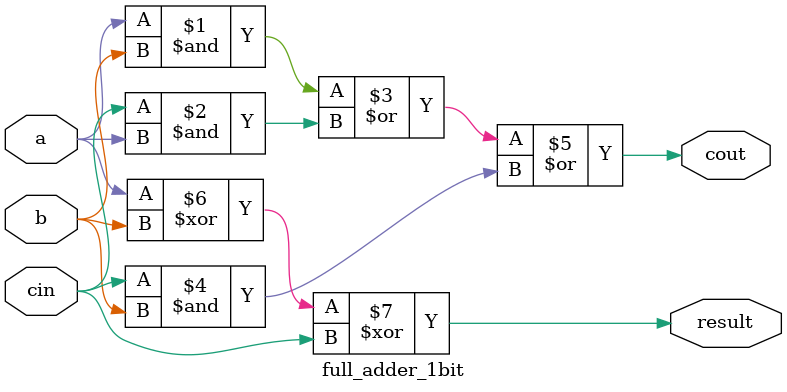
<source format=sv>
module full_adder_1bit(a,b,result,cin,cout);
input a,b,cin;
output result;
output cout;
assign cout = (a&b) | (cin&a) | (cin&b);
assign result = a^b^cin;
endmodule
</source>
